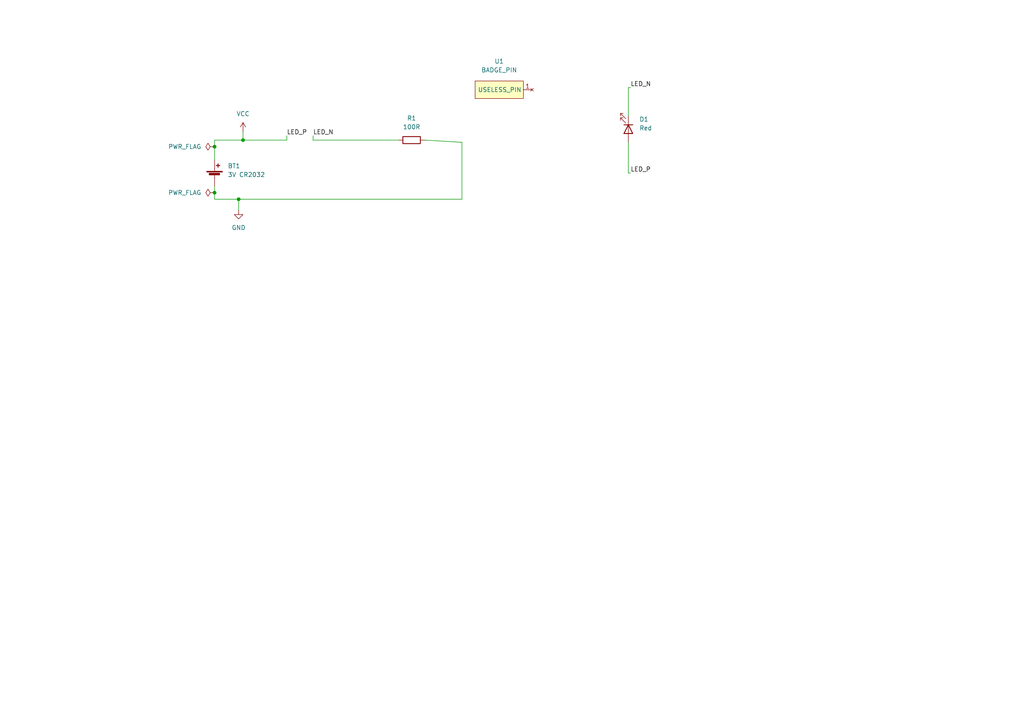
<source format=kicad_sch>
(kicad_sch (version 20211123) (generator eeschema)
  (paper "A4")
  (lib_symbols
    (symbol "Device:Battery_Cell" (pin_numbers hide) (pin_names (offset 0) hide)
      (property "Reference" "BT" (at 2.54 2.54 0))
      (property "Value" "Battery_Cell" (at 2.54 0 0))
      (symbol "Battery_Cell_0_1"
        (rectangle (start -2.286 1.778) (end 2.286 1.524) (fill (type outline)))
        (rectangle (start -1.5748 1.1938) (end 1.4732 0.6858) (fill (type outline)))
        (polyline (pts (xy 0 0.762) (xy 0 0)))
        (polyline (pts (xy 0 1.778) (xy 0 2.54)))
        (polyline (pts (xy 0.508 3.429) (xy 1.524 3.429)) (stroke (width 0.254)))
        (polyline (pts (xy 1.016 3.937) (xy 1.016 2.921)) (stroke (width 0.254)))
      )
      (symbol "Battery_Cell_1_1"
        (pin passive line (at 0 5.08 270) (length 2.54) (name "+") (number "1"))
        (pin passive line (at 0 -2.54 90) (length 2.54) (name "-") (number "2"))
      )
    )
    (symbol "Device:LED" (pin_numbers hide) (pin_names (offset 1.016) hide)
      (property "Reference" "D" (at 0 2.54 0))
      (property "Value" "LED" (at 0 -2.54 0))
      (symbol "LED_0_1"
        (polyline (pts (xy -1.27 -1.27) (xy -1.27 1.27)) (stroke (width 0.254)))
        (polyline (pts (xy -1.27 0) (xy 1.27 0)))
        (polyline (pts (xy 1.27 -1.27) (xy 1.27 1.27) (xy -1.27 0) (xy 1.27 -1.27)) (stroke (width 0.254)))
        (polyline (pts (xy -3.048 -0.762) (xy -4.572 -2.286) (xy -3.81 -2.286) (xy -4.572 -2.286) (xy -4.572 -1.524)))
        (polyline (pts (xy -1.778 -0.762) (xy -3.302 -2.286) (xy -2.54 -2.286) (xy -3.302 -2.286) (xy -3.302 -1.524)))
      )
      (symbol "LED_1_1"
        (pin passive line (at -3.81 0 0) (length 2.54) (name "K") (number "1"))
        (pin passive line (at 3.81 0 180) (length 2.54) (name "A") (number "2"))
      )
    )
    (symbol "Device:R" (pin_numbers hide) (pin_names (offset 0))
      (property "Reference" "R" (at 2.032 0 90))
      (property "Value" "R" (at 0 0 90))
      (symbol "R_0_1"
        (rectangle (start -1.016 -2.54) (end 1.016 2.54) (stroke (width 0.254)))
      )
      (symbol "R_1_1"
        (pin passive line (at 0 3.81 270) (length 1.27) (name "~") (number "1"))
        (pin passive line (at 0 -3.81 90) (length 1.27) (name "~") (number "2"))
      )
    )
    (symbol "Test_lib:BADGE_PIN"
      (property "Reference" "U" (at 0 -3.81 0))
      (property "Value" "BADGE_PIN" (at 0 3.81 0))
      (symbol "BADGE_PIN_0_1"
        (rectangle (start -16.51 2.54) (end -2.54 -2.54) (fill (type background)))
      )
      (symbol "BADGE_PIN_1_1"
        (pin no_connect line (at 0 0 180) (length 2.54) (name "USELESS_PIN") (number "1"))
      )
    )
    (symbol "power:GND" (power) (pin_names (offset 0))
      (property "Value" "GND" (at 0 -3.81 0))
      (symbol "GND_0_1"
        (polyline (pts (xy 0 0) (xy 0 -1.27) (xy 1.27 -1.27) (xy 0 -2.54) (xy -1.27 -1.27) (xy 0 -1.27)))
      )
      (symbol "GND_1_1"
        (pin power_in line (at 0 0 270) (length 0) hide (name "GND") (number "1"))
      )
    )
    (symbol "power:PWR_FLAG" (power) (pin_numbers hide) (pin_names (offset 0) hide)
      (property "Value" "PWR_FLAG" (at 0 3.81 0))
      (symbol "PWR_FLAG_0_0"
        (pin power_out line (at 0 0 90) (length 0) (name "pwr") (number "1"))
      )
      (symbol "PWR_FLAG_0_1"
        (polyline (pts (xy 0 0) (xy 0 1.27) (xy -1.016 1.905) (xy 0 2.54) (xy 1.016 1.905) (xy 0 1.27)))
      )
    )
    (symbol "power:VCC" (power) (pin_names (offset 0))
      (property "Value" "VCC" (at 0 3.81 0))
      (symbol "VCC_0_1"
        (polyline (pts (xy -0.762 1.27) (xy 0 2.54)))
        (polyline (pts (xy 0 0) (xy 0 2.54)))
        (polyline (pts (xy 0 2.54) (xy 0.762 1.27)))
      )
      (symbol "VCC_1_1"
        (pin power_in line (at 0 0 90) (length 0) hide (name "VCC") (number "1"))
      )
    )
  )
  (junction (at 69.215 57.785))
  (junction (at 62.23 55.88))
  (junction (at 62.23 42.545))
  (junction (at 70.485 40.64))
  (wire (pts (xy 123.19 40.64) (xy 133.985 41.275)))
  (wire (pts (xy 83.185 39.37) (xy 83.185 40.64)))
  (wire (pts (xy 62.23 46.355) (xy 62.23 42.545)))
  (wire (pts (xy 182.245 41.275) (xy 182.245 50.165)))
  (wire (pts (xy 70.485 38.1) (xy 70.485 40.64)))
  (wire (pts (xy 182.245 25.4) (xy 182.88 25.4)))
  (wire (pts (xy 90.805 39.37) (xy 90.805 40.64)))
  (wire (pts (xy 62.23 55.88) (xy 62.23 53.975)))
  (wire (pts (xy 182.245 33.655) (xy 182.245 25.4)))
  (wire (pts (xy 70.485 40.64) (xy 83.185 40.64)))
  (wire (pts (xy 69.215 57.785) (xy 69.215 60.96)))
  (wire (pts (xy 182.245 50.165) (xy 182.88 50.165)))
  (wire (pts (xy 62.23 57.785) (xy 69.215 57.785)))
  (wire (pts (xy 62.23 57.785) (xy 62.23 55.88)))
  (wire (pts (xy 62.23 40.64) (xy 70.485 40.64)))
  (wire (pts (xy 90.805 40.64) (xy 115.57 40.64)))
  (wire (pts (xy 69.215 57.785) (xy 133.985 57.785)))
  (wire (pts (xy 133.985 41.275) (xy 133.985 57.785)))
  (wire (pts (xy 62.23 42.545) (xy 62.23 40.64)))
  (label "LED_N" (at 90.805 39.37 0))
  (label "LED_P" (at 182.88 50.165 0))
  (label "LED_N" (at 182.88 25.4 0))
  (label "LED_P" (at 83.185 39.37 0))
  (symbol (lib_id "power:PWR_FLAG") (at 62.23 55.88 90) (unit 1)
    (property "Reference" "#FLG0102" (effects hide))
    (property "Value" "PWR_FLAG" (at 58.42 55.8799 90) (effects (justify left)))
  )
  (symbol (lib_id "power:GND") (at 69.215 60.96 0) (unit 1)
    (property "Reference" "#PWR0101" (effects hide))
    (property "Value" "GND" (at 69.215 66.04 0))
  )
  (symbol (lib_id "Device:LED") (at 182.245 37.465 270) (unit 1)
    (property "Reference" "D1" (at 185.42 34.6074 90) (effects (justify left)))
    (property "Value" "Red" (at 185.42 37.1474 90) (effects (justify left)))
    (property "Footprint" "LED_THT:LED_D3.0mm_Horizontal_O1.27mm_Z2.0mm" (effects hide))
  )
  (symbol (lib_id "Device:R") (at 119.38 40.64 270) (unit 1)
    (property "Reference" "R1" (at 119.38 34.29 90))
    (property "Value" "100R" (at 119.38 36.83 90))
    (property "Footprint" "Resistor_THT:R_Axial_DIN0207_L6.3mm_D2.5mm_P10.16mm_Horizontal" (effects hide))
  )
  (symbol (lib_id "power:VCC") (at 70.485 38.1 0) (unit 1)
    (property "Reference" "#PWR0102" (effects hide))
    (property "Value" "VCC" (at 70.485 33.02 0))
  )
  (symbol (lib_id "Device:Battery_Cell") (at 62.23 51.435 0) (unit 1)
    (property "Reference" "BT1" (at 66.04 48.1329 0) (effects (justify left)))
    (property "Value" "3V CR2032" (at 66.04 50.6729 0) (effects (justify left)))
    (property "Footprint" "Battery:BatteryHolder_Keystone_106_1x20mm" (effects hide))
  )
  (symbol (lib_id "Test_lib:BADGE_PIN") (at 154.305 26.035 0) (unit 1)
    (property "Reference" "U1" (at 144.78 17.78 0))
    (property "Value" "BADGE_PIN" (at 144.78 20.32 0))
    (property "Footprint" "MountingHole:MountingHole_2.1mm" (effects hide))
  )
  (symbol (lib_id "power:PWR_FLAG") (at 62.23 42.545 90) (unit 1)
    (property "Reference" "#FLG0101" (effects hide))
    (property "Value" "PWR_FLAG" (at 58.42 42.5449 90) (effects (justify left)))
  )
)
</source>
